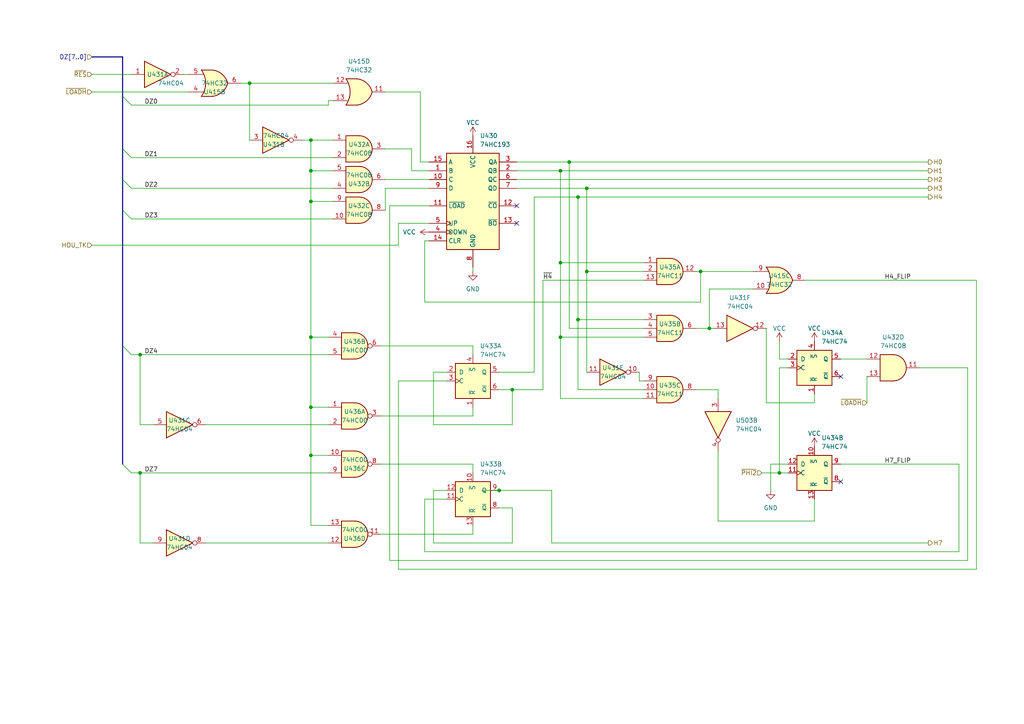
<source format=kicad_sch>
(kicad_sch (version 20211123) (generator eeschema)
  (paper "A4")
  (lib_symbols
    (symbol "74xx:74HC00" (pin_names (offset 1.016))
      (property "Reference" "U" (at 0 1.27 0))
      (property "Value" "74HC00" (at 0 -1.27 0))
      (symbol "74HC00_1_1"
        (arc (start 0 -3.81) (mid 3.81 0) (end 0 3.81) (stroke (width 0.254)) (fill (type background)))
        (polyline (pts (xy 0 3.81) (xy -3.81 3.81) (xy -3.81 -3.81) (xy 0 -3.81)) (stroke (width 0.254)) (fill (type background)))
        (pin input line (at -7.62 2.54 0) (length 3.81) (name "~") (number "1"))
        (pin input line (at -7.62 -2.54 0) (length 3.81) (name "~") (number "2"))
        (pin output inverted (at 7.62 0 180) (length 3.81) (name "~") (number "3"))
      )
      (symbol "74HC00_1_2"
        (arc (start -3.81 -3.81) (mid -2.589 0) (end -3.81 3.81) (stroke (width 0.254)))
        (arc (start -0.6096 -3.81) (mid 2.1842 -2.5851) (end 3.81 0) (stroke (width 0.254)) (fill (type background)))
        (polyline (pts (xy -3.81 -3.81) (xy -0.635 -3.81)) (stroke (width 0.254)) (fill (type background)))
        (polyline (pts (xy -3.81 3.81) (xy -0.635 3.81)) (stroke (width 0.254)) (fill (type background)))
        (polyline (pts (xy -0.635 3.81) (xy -3.81 3.81) (xy -3.81 3.81) (xy -3.556 3.4036) (xy -3.0226 2.2606) (xy -2.6924 1.0414) (xy -2.6162 -0.254) (xy -2.7686 -1.4986) (xy -3.175 -2.7178) (xy -3.81 -3.81) (xy -3.81 -3.81) (xy -0.635 -3.81)) (stroke (width -25.4)) (fill (type background)))
        (arc (start 3.81 0) (mid 2.1915 2.5936) (end -0.6096 3.81) (stroke (width 0.254)) (fill (type background)))
        (pin input inverted (at -7.62 2.54 0) (length 4.318) (name "~") (number "1"))
        (pin input inverted (at -7.62 -2.54 0) (length 4.318) (name "~") (number "2"))
        (pin output line (at 7.62 0 180) (length 3.81) (name "~") (number "3"))
      )
      (symbol "74HC00_2_1"
        (arc (start 0 -3.81) (mid 3.81 0) (end 0 3.81) (stroke (width 0.254)) (fill (type background)))
        (polyline (pts (xy 0 3.81) (xy -3.81 3.81) (xy -3.81 -3.81) (xy 0 -3.81)) (stroke (width 0.254)) (fill (type background)))
        (pin input line (at -7.62 2.54 0) (length 3.81) (name "~") (number "4"))
        (pin input line (at -7.62 -2.54 0) (length 3.81) (name "~") (number "5"))
        (pin output inverted (at 7.62 0 180) (length 3.81) (name "~") (number "6"))
      )
      (symbol "74HC00_2_2"
        (arc (start -3.81 -3.81) (mid -2.589 0) (end -3.81 3.81) (stroke (width 0.254)))
        (arc (start -0.6096 -3.81) (mid 2.1842 -2.5851) (end 3.81 0) (stroke (width 0.254)) (fill (type background)))
        (polyline (pts (xy -3.81 -3.81) (xy -0.635 -3.81)) (stroke (width 0.254)) (fill (type background)))
        (polyline (pts (xy -3.81 3.81) (xy -0.635 3.81)) (stroke (width 0.254)) (fill (type background)))
        (polyline (pts (xy -0.635 3.81) (xy -3.81 3.81) (xy -3.81 3.81) (xy -3.556 3.4036) (xy -3.0226 2.2606) (xy -2.6924 1.0414) (xy -2.6162 -0.254) (xy -2.7686 -1.4986) (xy -3.175 -2.7178) (xy -3.81 -3.81) (xy -3.81 -3.81) (xy -0.635 -3.81)) (stroke (width -25.4)) (fill (type background)))
        (arc (start 3.81 0) (mid 2.1915 2.5936) (end -0.6096 3.81) (stroke (width 0.254)) (fill (type background)))
        (pin input inverted (at -7.62 2.54 0) (length 4.318) (name "~") (number "4"))
        (pin input inverted (at -7.62 -2.54 0) (length 4.318) (name "~") (number "5"))
        (pin output line (at 7.62 0 180) (length 3.81) (name "~") (number "6"))
      )
      (symbol "74HC00_3_1"
        (arc (start 0 -3.81) (mid 3.81 0) (end 0 3.81) (stroke (width 0.254)) (fill (type background)))
        (polyline (pts (xy 0 3.81) (xy -3.81 3.81) (xy -3.81 -3.81) (xy 0 -3.81)) (stroke (width 0.254)) (fill (type background)))
        (pin input line (at -7.62 -2.54 0) (length 3.81) (name "~") (number "10"))
        (pin output inverted (at 7.62 0 180) (length 3.81) (name "~") (number "8"))
        (pin input line (at -7.62 2.54 0) (length 3.81) (name "~") (number "9"))
      )
      (symbol "74HC00_3_2"
        (arc (start -3.81 -3.81) (mid -2.589 0) (end -3.81 3.81) (stroke (width 0.254)))
        (arc (start -0.6096 -3.81) (mid 2.1842 -2.5851) (end 3.81 0) (stroke (width 0.254)) (fill (type background)))
        (polyline (pts (xy -3.81 -3.81) (xy -0.635 -3.81)) (stroke (width 0.254)) (fill (type background)))
        (polyline (pts (xy -3.81 3.81) (xy -0.635 3.81)) (stroke (width 0.254)) (fill (type background)))
        (polyline (pts (xy -0.635 3.81) (xy -3.81 3.81) (xy -3.81 3.81) (xy -3.556 3.4036) (xy -3.0226 2.2606) (xy -2.6924 1.0414) (xy -2.6162 -0.254) (xy -2.7686 -1.4986) (xy -3.175 -2.7178) (xy -3.81 -3.81) (xy -3.81 -3.81) (xy -0.635 -3.81)) (stroke (width -25.4)) (fill (type background)))
        (arc (start 3.81 0) (mid 2.1915 2.5936) (end -0.6096 3.81) (stroke (width 0.254)) (fill (type background)))
        (pin input inverted (at -7.62 -2.54 0) (length 4.318) (name "~") (number "10"))
        (pin output line (at 7.62 0 180) (length 3.81) (name "~") (number "8"))
        (pin input inverted (at -7.62 2.54 0) (length 4.318) (name "~") (number "9"))
      )
      (symbol "74HC00_4_1"
        (arc (start 0 -3.81) (mid 3.81 0) (end 0 3.81) (stroke (width 0.254)) (fill (type background)))
        (polyline (pts (xy 0 3.81) (xy -3.81 3.81) (xy -3.81 -3.81) (xy 0 -3.81)) (stroke (width 0.254)) (fill (type background)))
        (pin output inverted (at 7.62 0 180) (length 3.81) (name "~") (number "11"))
        (pin input line (at -7.62 2.54 0) (length 3.81) (name "~") (number "12"))
        (pin input line (at -7.62 -2.54 0) (length 3.81) (name "~") (number "13"))
      )
      (symbol "74HC00_4_2"
        (arc (start -3.81 -3.81) (mid -2.589 0) (end -3.81 3.81) (stroke (width 0.254)))
        (arc (start -0.6096 -3.81) (mid 2.1842 -2.5851) (end 3.81 0) (stroke (width 0.254)) (fill (type background)))
        (polyline (pts (xy -3.81 -3.81) (xy -0.635 -3.81)) (stroke (width 0.254)) (fill (type background)))
        (polyline (pts (xy -3.81 3.81) (xy -0.635 3.81)) (stroke (width 0.254)) (fill (type background)))
        (polyline (pts (xy -0.635 3.81) (xy -3.81 3.81) (xy -3.81 3.81) (xy -3.556 3.4036) (xy -3.0226 2.2606) (xy -2.6924 1.0414) (xy -2.6162 -0.254) (xy -2.7686 -1.4986) (xy -3.175 -2.7178) (xy -3.81 -3.81) (xy -3.81 -3.81) (xy -0.635 -3.81)) (stroke (width -25.4)) (fill (type background)))
        (arc (start 3.81 0) (mid 2.1915 2.5936) (end -0.6096 3.81) (stroke (width 0.254)) (fill (type background)))
        (pin output line (at 7.62 0 180) (length 3.81) (name "~") (number "11"))
        (pin input inverted (at -7.62 2.54 0) (length 4.318) (name "~") (number "12"))
        (pin input inverted (at -7.62 -2.54 0) (length 4.318) (name "~") (number "13"))
      )
      (symbol "74HC00_5_0"
        (pin power_in line (at 0 12.7 270) (length 5.08) (name "VCC") (number "14"))
        (pin power_in line (at 0 -12.7 90) (length 5.08) (name "GND") (number "7"))
      )
      (symbol "74HC00_5_1"
        (rectangle (start -5.08 7.62) (end 5.08 -7.62) (stroke (width 0.254)) (fill (type background)))
      )
    )
    (symbol "74xx:74HC04"
      (property "Reference" "U" (at 0 1.27 0))
      (property "Value" "74HC04" (at 0 -1.27 0))
      (symbol "74HC04_1_0"
        (polyline (pts (xy -3.81 3.81) (xy -3.81 -3.81) (xy 3.81 0) (xy -3.81 3.81)) (stroke (width 0.254)) (fill (type background)))
        (pin input line (at -7.62 0 0) (length 3.81) (name "~") (number "1"))
        (pin output inverted (at 7.62 0 180) (length 3.81) (name "~") (number "2"))
      )
      (symbol "74HC04_2_0"
        (polyline (pts (xy -3.81 3.81) (xy -3.81 -3.81) (xy 3.81 0) (xy -3.81 3.81)) (stroke (width 0.254)) (fill (type background)))
        (pin input line (at -7.62 0 0) (length 3.81) (name "~") (number "3"))
        (pin output inverted (at 7.62 0 180) (length 3.81) (name "~") (number "4"))
      )
      (symbol "74HC04_3_0"
        (polyline (pts (xy -3.81 3.81) (xy -3.81 -3.81) (xy 3.81 0) (xy -3.81 3.81)) (stroke (width 0.254)) (fill (type background)))
        (pin input line (at -7.62 0 0) (length 3.81) (name "~") (number "5"))
        (pin output inverted (at 7.62 0 180) (length 3.81) (name "~") (number "6"))
      )
      (symbol "74HC04_4_0"
        (polyline (pts (xy -3.81 3.81) (xy -3.81 -3.81) (xy 3.81 0) (xy -3.81 3.81)) (stroke (width 0.254)) (fill (type background)))
        (pin output inverted (at 7.62 0 180) (length 3.81) (name "~") (number "8"))
        (pin input line (at -7.62 0 0) (length 3.81) (name "~") (number "9"))
      )
      (symbol "74HC04_5_0"
        (polyline (pts (xy -3.81 3.81) (xy -3.81 -3.81) (xy 3.81 0) (xy -3.81 3.81)) (stroke (width 0.254)) (fill (type background)))
        (pin output inverted (at 7.62 0 180) (length 3.81) (name "~") (number "10"))
        (pin input line (at -7.62 0 0) (length 3.81) (name "~") (number "11"))
      )
      (symbol "74HC04_6_0"
        (polyline (pts (xy -3.81 3.81) (xy -3.81 -3.81) (xy 3.81 0) (xy -3.81 3.81)) (stroke (width 0.254)) (fill (type background)))
        (pin output inverted (at 7.62 0 180) (length 3.81) (name "~") (number "12"))
        (pin input line (at -7.62 0 0) (length 3.81) (name "~") (number "13"))
      )
      (symbol "74HC04_7_0"
        (pin power_in line (at 0 12.7 270) (length 5.08) (name "VCC") (number "14"))
        (pin power_in line (at 0 -12.7 90) (length 5.08) (name "GND") (number "7"))
      )
      (symbol "74HC04_7_1"
        (rectangle (start -5.08 7.62) (end 5.08 -7.62) (stroke (width 0.254)) (fill (type background)))
      )
    )
    (symbol "74xx:74HC74" (pin_names (offset 1.016))
      (property "Reference" "U" (at -7.62 8.89 0))
      (property "Value" "74HC74" (at -7.62 -8.89 0))
      (symbol "74HC74_1_0"
        (pin input line (at 0 -7.62 90) (length 2.54) (name "~{R}") (number "1"))
        (pin input line (at -7.62 2.54 0) (length 2.54) (name "D") (number "2"))
        (pin input clock (at -7.62 0 0) (length 2.54) (name "C") (number "3"))
        (pin input line (at 0 7.62 270) (length 2.54) (name "~{S}") (number "4"))
        (pin output line (at 7.62 2.54 180) (length 2.54) (name "Q") (number "5"))
        (pin output line (at 7.62 -2.54 180) (length 2.54) (name "~{Q}") (number "6"))
      )
      (symbol "74HC74_1_1"
        (rectangle (start -5.08 5.08) (end 5.08 -5.08) (stroke (width 0.254)) (fill (type background)))
      )
      (symbol "74HC74_2_0"
        (pin input line (at 0 7.62 270) (length 2.54) (name "~{S}") (number "10"))
        (pin input clock (at -7.62 0 0) (length 2.54) (name "C") (number "11"))
        (pin input line (at -7.62 2.54 0) (length 2.54) (name "D") (number "12"))
        (pin input line (at 0 -7.62 90) (length 2.54) (name "~{R}") (number "13"))
        (pin output line (at 7.62 -2.54 180) (length 2.54) (name "~{Q}") (number "8"))
        (pin output line (at 7.62 2.54 180) (length 2.54) (name "Q") (number "9"))
      )
      (symbol "74HC74_2_1"
        (rectangle (start -5.08 5.08) (end 5.08 -5.08) (stroke (width 0.254)) (fill (type background)))
      )
      (symbol "74HC74_3_0"
        (pin power_in line (at 0 10.16 270) (length 2.54) (name "VCC") (number "14"))
        (pin power_in line (at 0 -10.16 90) (length 2.54) (name "GND") (number "7"))
      )
      (symbol "74HC74_3_1"
        (rectangle (start -5.08 7.62) (end 5.08 -7.62) (stroke (width 0.254)) (fill (type background)))
      )
    )
    (symbol "74xx:74LS11" (pin_names (offset 1.016))
      (property "Reference" "U" (at 0 1.27 0))
      (property "Value" "74LS11" (at 0 -1.27 0))
      (symbol "74LS11_1_1"
        (arc (start 0 -3.81) (mid 3.81 0) (end 0 3.81) (stroke (width 0.254)) (fill (type background)))
        (polyline (pts (xy 0 3.81) (xy -3.81 3.81) (xy -3.81 -3.81) (xy 0 -3.81)) (stroke (width 0.254)) (fill (type background)))
        (pin input line (at -7.62 2.54 0) (length 3.81) (name "~") (number "1"))
        (pin output line (at 7.62 0 180) (length 3.81) (name "~") (number "12"))
        (pin input line (at -7.62 -2.54 0) (length 3.81) (name "~") (number "13"))
        (pin input line (at -7.62 0 0) (length 3.81) (name "~") (number "2"))
      )
      (symbol "74LS11_1_2"
        (arc (start -3.81 -3.81) (mid -2.589 0) (end -3.81 3.81) (stroke (width 0.254)))
        (arc (start -0.6096 -3.81) (mid 2.1842 -2.5851) (end 3.81 0) (stroke (width 0.254)) (fill (type background)))
        (polyline (pts (xy -3.81 -3.81) (xy -0.635 -3.81)) (stroke (width 0.254)) (fill (type background)))
        (polyline (pts (xy -3.81 3.81) (xy -0.635 3.81)) (stroke (width 0.254)) (fill (type background)))
        (polyline (pts (xy -0.635 3.81) (xy -3.81 3.81) (xy -3.81 3.81) (xy -3.556 3.4036) (xy -3.0226 2.2606) (xy -2.6924 1.0414) (xy -2.6162 -0.254) (xy -2.7686 -1.4986) (xy -3.175 -2.7178) (xy -3.81 -3.81) (xy -3.81 -3.81) (xy -0.635 -3.81)) (stroke (width -25.4)) (fill (type background)))
        (arc (start 3.81 0) (mid 2.1915 2.5936) (end -0.6096 3.81) (stroke (width 0.254)) (fill (type background)))
        (pin input inverted (at -7.62 2.54 0) (length 4.318) (name "~") (number "1"))
        (pin output inverted (at 7.62 0 180) (length 3.81) (name "~") (number "12"))
        (pin input inverted (at -7.62 -2.54 0) (length 4.318) (name "~") (number "13"))
        (pin input inverted (at -7.62 0 0) (length 4.953) (name "~") (number "2"))
      )
      (symbol "74LS11_2_1"
        (arc (start 0 -3.81) (mid 3.81 0) (end 0 3.81) (stroke (width 0.254)) (fill (type background)))
        (polyline (pts (xy 0 3.81) (xy -3.81 3.81) (xy -3.81 -3.81) (xy 0 -3.81)) (stroke (width 0.254)) (fill (type background)))
        (pin input line (at -7.62 2.54 0) (length 3.81) (name "~") (number "3"))
        (pin input line (at -7.62 0 0) (length 3.81) (name "~") (number "4"))
        (pin input line (at -7.62 -2.54 0) (length 3.81) (name "~") (number "5"))
        (pin output line (at 7.62 0 180) (length 3.81) (name "~") (number "6"))
      )
      (symbol "74LS11_2_2"
        (arc (start -3.81 -3.81) (mid -2.589 0) (end -3.81 3.81) (stroke (width 0.254)))
        (arc (start -0.6096 -3.81) (mid 2.1842 -2.5851) (end 3.81 0) (stroke (width 0.254)) (fill (type background)))
        (polyline (pts (xy -3.81 -3.81) (xy -0.635 -3.81)) (stroke (width 0.254)) (fill (type background)))
        (polyline (pts (xy -3.81 3.81) (xy -0.635 3.81)) (stroke (width 0.254)) (fill (type background)))
        (polyline (pts (xy -0.635 3.81) (xy -3.81 3.81) (xy -3.81 3.81) (xy -3.556 3.4036) (xy -3.0226 2.2606) (xy -2.6924 1.0414) (xy -2.6162 -0.254) (xy -2.7686 -1.4986) (xy -3.175 -2.7178) (xy -3.81 -3.81) (xy -3.81 -3.81) (xy -0.635 -3.81)) (stroke (width -25.4)) (fill (type background)))
        (arc (start 3.81 0) (mid 2.1915 2.5936) (end -0.6096 3.81) (stroke (width 0.254)) (fill (type background)))
        (pin input inverted (at -7.62 2.54 0) (length 4.318) (name "~") (number "3"))
        (pin input inverted (at -7.62 0 0) (length 4.953) (name "~") (number "4"))
        (pin input inverted (at -7.62 -2.54 0) (length 4.318) (name "~") (number "5"))
        (pin output inverted (at 7.62 0 180) (length 3.81) (name "~") (number "6"))
      )
      (symbol "74LS11_3_1"
        (arc (start 0 -3.81) (mid 3.81 0) (end 0 3.81) (stroke (width 0.254)) (fill (type background)))
        (polyline (pts (xy 0 3.81) (xy -3.81 3.81) (xy -3.81 -3.81) (xy 0 -3.81)) (stroke (width 0.254)) (fill (type background)))
        (pin input line (at -7.62 0 0) (length 3.81) (name "~") (number "10"))
        (pin input line (at -7.62 -2.54 0) (length 3.81) (name "~") (number "11"))
        (pin output line (at 7.62 0 180) (length 3.81) (name "~") (number "8"))
        (pin input line (at -7.62 2.54 0) (length 3.81) (name "~") (number "9"))
      )
      (symbol "74LS11_3_2"
        (arc (start -3.81 -3.81) (mid -2.589 0) (end -3.81 3.81) (stroke (width 0.254)))
        (arc (start -0.6096 -3.81) (mid 2.1842 -2.5851) (end 3.81 0) (stroke (width 0.254)) (fill (type background)))
        (polyline (pts (xy -3.81 -3.81) (xy -0.635 -3.81)) (stroke (width 0.254)) (fill (type background)))
        (polyline (pts (xy -3.81 3.81) (xy -0.635 3.81)) (stroke (width 0.254)) (fill (type background)))
        (polyline (pts (xy -0.635 3.81) (xy -3.81 3.81) (xy -3.81 3.81) (xy -3.556 3.4036) (xy -3.0226 2.2606) (xy -2.6924 1.0414) (xy -2.6162 -0.254) (xy -2.7686 -1.4986) (xy -3.175 -2.7178) (xy -3.81 -3.81) (xy -3.81 -3.81) (xy -0.635 -3.81)) (stroke (width -25.4)) (fill (type background)))
        (arc (start 3.81 0) (mid 2.1915 2.5936) (end -0.6096 3.81) (stroke (width 0.254)) (fill (type background)))
        (pin input inverted (at -7.62 0 0) (length 4.953) (name "~") (number "10"))
        (pin input inverted (at -7.62 -2.54 0) (length 4.318) (name "~") (number "11"))
        (pin output inverted (at 7.62 0 180) (length 3.81) (name "~") (number "8"))
        (pin input inverted (at -7.62 2.54 0) (length 4.318) (name "~") (number "9"))
      )
      (symbol "74LS11_4_0"
        (pin power_in line (at 0 12.7 270) (length 5.08) (name "VCC") (number "14"))
        (pin power_in line (at 0 -12.7 90) (length 5.08) (name "GND") (number "7"))
      )
      (symbol "74LS11_4_1"
        (rectangle (start -5.08 7.62) (end 5.08 -7.62) (stroke (width 0.254)) (fill (type background)))
      )
    )
    (symbol "74xx:74LS193"
      (property "Reference" "U" (at -7.62 13.97 0))
      (property "Value" "74LS193" (at 5.08 13.97 0))
      (symbol "74LS193_1_0"
        (pin input line (at -12.7 7.62 0) (length 5.08) (name "B") (number "1"))
        (pin input line (at -12.7 5.08 0) (length 5.08) (name "C") (number "10"))
        (pin input line (at -12.7 -2.54 0) (length 5.08) (name "~{LOAD}") (number "11"))
        (pin output line (at 12.7 -2.54 180) (length 5.08) (name "~{CO}") (number "12"))
        (pin output line (at 12.7 -7.62 180) (length 5.08) (name "~{BO}") (number "13"))
        (pin input line (at -12.7 -12.7 0) (length 5.08) (name "CLR") (number "14"))
        (pin input line (at -12.7 10.16 0) (length 5.08) (name "A") (number "15"))
        (pin power_in line (at 0 17.78 270) (length 5.08) (name "VCC") (number "16"))
        (pin output line (at 12.7 7.62 180) (length 5.08) (name "QB") (number "2"))
        (pin output line (at 12.7 10.16 180) (length 5.08) (name "QA") (number "3"))
        (pin input clock (at -12.7 -10.16 0) (length 5.08) (name "DOWN") (number "4"))
        (pin input clock (at -12.7 -7.62 0) (length 5.08) (name "UP") (number "5"))
        (pin output line (at 12.7 5.08 180) (length 5.08) (name "QC") (number "6"))
        (pin output line (at 12.7 2.54 180) (length 5.08) (name "QD") (number "7"))
        (pin power_in line (at 0 -20.32 90) (length 5.08) (name "GND") (number "8"))
        (pin input line (at -12.7 2.54 0) (length 5.08) (name "D") (number "9"))
      )
      (symbol "74LS193_1_1"
        (rectangle (start -7.62 12.7) (end 7.62 -15.24) (stroke (width 0.254)) (fill (type background)))
      )
    )
    (symbol "74xx:74LS32" (pin_names (offset 1.016))
      (property "Reference" "U" (at 0 1.27 0))
      (property "Value" "74LS32" (at 0 -1.27 0))
      (symbol "74LS32_1_1"
        (arc (start -3.81 -3.81) (mid -2.589 0) (end -3.81 3.81) (stroke (width 0.254)))
        (arc (start -0.6096 -3.81) (mid 2.1842 -2.5851) (end 3.81 0) (stroke (width 0.254)) (fill (type background)))
        (polyline (pts (xy -3.81 -3.81) (xy -0.635 -3.81)) (stroke (width 0.254)) (fill (type background)))
        (polyline (pts (xy -3.81 3.81) (xy -0.635 3.81)) (stroke (width 0.254)) (fill (type background)))
        (polyline (pts (xy -0.635 3.81) (xy -3.81 3.81) (xy -3.81 3.81) (xy -3.556 3.4036) (xy -3.0226 2.2606) (xy -2.6924 1.0414) (xy -2.6162 -0.254) (xy -2.7686 -1.4986) (xy -3.175 -2.7178) (xy -3.81 -3.81) (xy -3.81 -3.81) (xy -0.635 -3.81)) (stroke (width -25.4)) (fill (type background)))
        (arc (start 3.81 0) (mid 2.1915 2.5936) (end -0.6096 3.81) (stroke (width 0.254)) (fill (type background)))
        (pin input line (at -7.62 2.54 0) (length 4.318) (name "~") (number "1"))
        (pin input line (at -7.62 -2.54 0) (length 4.318) (name "~") (number "2"))
        (pin output line (at 7.62 0 180) (length 3.81) (name "~") (number "3"))
      )
      (symbol "74LS32_1_2"
        (arc (start 0 -3.81) (mid 3.81 0) (end 0 3.81) (stroke (width 0.254)) (fill (type background)))
        (polyline (pts (xy 0 3.81) (xy -3.81 3.81) (xy -3.81 -3.81) (xy 0 -3.81)) (stroke (width 0.254)) (fill (type background)))
        (pin input inverted (at -7.62 2.54 0) (length 3.81) (name "~") (number "1"))
        (pin input inverted (at -7.62 -2.54 0) (length 3.81) (name "~") (number "2"))
        (pin output inverted (at 7.62 0 180) (length 3.81) (name "~") (number "3"))
      )
      (symbol "74LS32_2_1"
        (arc (start -3.81 -3.81) (mid -2.589 0) (end -3.81 3.81) (stroke (width 0.254)))
        (arc (start -0.6096 -3.81) (mid 2.1842 -2.5851) (end 3.81 0) (stroke (width 0.254)) (fill (type background)))
        (polyline (pts (xy -3.81 -3.81) (xy -0.635 -3.81)) (stroke (width 0.254)) (fill (type background)))
        (polyline (pts (xy -3.81 3.81) (xy -0.635 3.81)) (stroke (width 0.254)) (fill (type background)))
        (polyline (pts (xy -0.635 3.81) (xy -3.81 3.81) (xy -3.81 3.81) (xy -3.556 3.4036) (xy -3.0226 2.2606) (xy -2.6924 1.0414) (xy -2.6162 -0.254) (xy -2.7686 -1.4986) (xy -3.175 -2.7178) (xy -3.81 -3.81) (xy -3.81 -3.81) (xy -0.635 -3.81)) (stroke (width -25.4)) (fill (type background)))
        (arc (start 3.81 0) (mid 2.1915 2.5936) (end -0.6096 3.81) (stroke (width 0.254)) (fill (type background)))
        (pin input line (at -7.62 2.54 0) (length 4.318) (name "~") (number "4"))
        (pin input line (at -7.62 -2.54 0) (length 4.318) (name "~") (number "5"))
        (pin output line (at 7.62 0 180) (length 3.81) (name "~") (number "6"))
      )
      (symbol "74LS32_2_2"
        (arc (start 0 -3.81) (mid 3.81 0) (end 0 3.81) (stroke (width 0.254)) (fill (type background)))
        (polyline (pts (xy 0 3.81) (xy -3.81 3.81) (xy -3.81 -3.81) (xy 0 -3.81)) (stroke (width 0.254)) (fill (type background)))
        (pin input inverted (at -7.62 2.54 0) (length 3.81) (name "~") (number "4"))
        (pin input inverted (at -7.62 -2.54 0) (length 3.81) (name "~") (number "5"))
        (pin output inverted (at 7.62 0 180) (length 3.81) (name "~") (number "6"))
      )
      (symbol "74LS32_3_1"
        (arc (start -3.81 -3.81) (mid -2.589 0) (end -3.81 3.81) (stroke (width 0.254)))
        (arc (start -0.6096 -3.81) (mid 2.1842 -2.5851) (end 3.81 0) (stroke (width 0.254)) (fill (type background)))
        (polyline (pts (xy -3.81 -3.81) (xy -0.635 -3.81)) (stroke (width 0.254)) (fill (type background)))
        (polyline (pts (xy -3.81 3.81) (xy -0.635 3.81)) (stroke (width 0.254)) (fill (type background)))
        (polyline (pts (xy -0.635 3.81) (xy -3.81 3.81) (xy -3.81 3.81) (xy -3.556 3.4036) (xy -3.0226 2.2606) (xy -2.6924 1.0414) (xy -2.6162 -0.254) (xy -2.7686 -1.4986) (xy -3.175 -2.7178) (xy -3.81 -3.81) (xy -3.81 -3.81) (xy -0.635 -3.81)) (stroke (width -25.4)) (fill (type background)))
        (arc (start 3.81 0) (mid 2.1915 2.5936) (end -0.6096 3.81) (stroke (width 0.254)) (fill (type background)))
        (pin input line (at -7.62 -2.54 0) (length 4.318) (name "~") (number "10"))
        (pin output line (at 7.62 0 180) (length 3.81) (name "~") (number "8"))
        (pin input line (at -7.62 2.54 0) (length 4.318) (name "~") (number "9"))
      )
      (symbol "74LS32_3_2"
        (arc (start 0 -3.81) (mid 3.81 0) (end 0 3.81) (stroke (width 0.254)) (fill (type background)))
        (polyline (pts (xy 0 3.81) (xy -3.81 3.81) (xy -3.81 -3.81) (xy 0 -3.81)) (stroke (width 0.254)) (fill (type background)))
        (pin input inverted (at -7.62 -2.54 0) (length 3.81) (name "~") (number "10"))
        (pin output inverted (at 7.62 0 180) (length 3.81) (name "~") (number "8"))
        (pin input inverted (at -7.62 2.54 0) (length 3.81) (name "~") (number "9"))
      )
      (symbol "74LS32_4_1"
        (arc (start -3.81 -3.81) (mid -2.589 0) (end -3.81 3.81) (stroke (width 0.254)))
        (arc (start -0.6096 -3.81) (mid 2.1842 -2.5851) (end 3.81 0) (stroke (width 0.254)) (fill (type background)))
        (polyline (pts (xy -3.81 -3.81) (xy -0.635 -3.81)) (stroke (width 0.254)) (fill (type background)))
        (polyline (pts (xy -3.81 3.81) (xy -0.635 3.81)) (stroke (width 0.254)) (fill (type background)))
        (polyline (pts (xy -0.635 3.81) (xy -3.81 3.81) (xy -3.81 3.81) (xy -3.556 3.4036) (xy -3.0226 2.2606) (xy -2.6924 1.0414) (xy -2.6162 -0.254) (xy -2.7686 -1.4986) (xy -3.175 -2.7178) (xy -3.81 -3.81) (xy -3.81 -3.81) (xy -0.635 -3.81)) (stroke (width -25.4)) (fill (type background)))
        (arc (start 3.81 0) (mid 2.1915 2.5936) (end -0.6096 3.81) (stroke (width 0.254)) (fill (type background)))
        (pin output line (at 7.62 0 180) (length 3.81) (name "~") (number "11"))
        (pin input line (at -7.62 2.54 0) (length 4.318) (name "~") (number "12"))
        (pin input line (at -7.62 -2.54 0) (length 4.318) (name "~") (number "13"))
      )
      (symbol "74LS32_4_2"
        (arc (start 0 -3.81) (mid 3.81 0) (end 0 3.81) (stroke (width 0.254)) (fill (type background)))
        (polyline (pts (xy 0 3.81) (xy -3.81 3.81) (xy -3.81 -3.81) (xy 0 -3.81)) (stroke (width 0.254)) (fill (type background)))
        (pin output inverted (at 7.62 0 180) (length 3.81) (name "~") (number "11"))
        (pin input inverted (at -7.62 2.54 0) (length 3.81) (name "~") (number "12"))
        (pin input inverted (at -7.62 -2.54 0) (length 3.81) (name "~") (number "13"))
      )
      (symbol "74LS32_5_0"
        (pin power_in line (at 0 12.7 270) (length 5.08) (name "VCC") (number "14"))
        (pin power_in line (at 0 -12.7 90) (length 5.08) (name "GND") (number "7"))
      )
      (symbol "74LS32_5_1"
        (rectangle (start -5.08 7.62) (end 5.08 -7.62) (stroke (width 0.254)) (fill (type background)))
      )
    )
    (symbol "Custom 74xx:74HC08" (pin_names (offset 1.016))
      (property "Reference" "U" (at 0 1.27 0))
      (property "Value" "74HC08" (at 0 -1.27 0))
      (symbol "74HC08_1_1"
        (arc (start 0 -3.81) (mid 3.81 0) (end 0 3.81) (stroke (width 0.254)) (fill (type background)))
        (polyline (pts (xy 0 3.81) (xy -3.81 3.81) (xy -3.81 -3.81) (xy 0 -3.81)) (stroke (width 0.254)) (fill (type background)))
        (pin input line (at -7.62 2.54 0) (length 3.81) (name "~") (number "1"))
        (pin input line (at -7.62 -2.54 0) (length 3.81) (name "~") (number "2"))
        (pin output line (at 7.62 0 180) (length 3.81) (name "~") (number "3"))
      )
      (symbol "74HC08_1_2"
        (arc (start -3.81 -3.81) (mid -2.589 0) (end -3.81 3.81) (stroke (width 0.254)))
        (arc (start -0.6096 -3.81) (mid 2.1855 -2.584) (end 3.81 0) (stroke (width 0.254)) (fill (type background)))
        (polyline (pts (xy -3.81 -3.81) (xy -0.635 -3.81)) (stroke (width 0.254)) (fill (type background)))
        (polyline (pts (xy -3.81 3.81) (xy -0.635 3.81)) (stroke (width 0.254)) (fill (type background)))
        (polyline (pts (xy -0.635 3.81) (xy -3.81 3.81) (xy -3.81 3.81) (xy -3.556 3.4036) (xy -3.0226 2.2606) (xy -2.6924 1.0414) (xy -2.6162 -0.254) (xy -2.7686 -1.4986) (xy -3.175 -2.7178) (xy -3.81 -3.81) (xy -3.81 -3.81) (xy -0.635 -3.81)) (stroke (width -25.4)) (fill (type background)))
        (arc (start 3.81 0) (mid 2.1928 2.5925) (end -0.6096 3.81) (stroke (width 0.254)) (fill (type background)))
        (pin input inverted (at -7.62 2.54 0) (length 4.318) (name "~") (number "1"))
        (pin input inverted (at -7.62 -2.54 0) (length 4.318) (name "~") (number "2"))
        (pin output line (at 7.62 0 180) (length 3.81) (name "~") (number "3"))
      )
      (symbol "74HC08_2_1"
        (arc (start 0 -3.81) (mid 3.81 0) (end 0 3.81) (stroke (width 0.254)) (fill (type background)))
        (polyline (pts (xy 0 3.81) (xy -3.81 3.81) (xy -3.81 -3.81) (xy 0 -3.81)) (stroke (width 0.254)) (fill (type background)))
        (pin input line (at -7.62 2.54 0) (length 3.81) (name "~") (number "4"))
        (pin input line (at -7.62 -2.54 0) (length 3.81) (name "~") (number "5"))
        (pin output line (at 7.62 0 180) (length 3.81) (name "~") (number "6"))
      )
      (symbol "74HC08_2_2"
        (arc (start -3.81 -3.81) (mid -2.589 0) (end -3.81 3.81) (stroke (width 0.254)))
        (arc (start -0.6096 -3.81) (mid 2.1855 -2.584) (end 3.81 0) (stroke (width 0.254)) (fill (type background)))
        (polyline (pts (xy -3.81 -3.81) (xy -0.635 -3.81)) (stroke (width 0.254)) (fill (type background)))
        (polyline (pts (xy -3.81 3.81) (xy -0.635 3.81)) (stroke (width 0.254)) (fill (type background)))
        (polyline (pts (xy -0.635 3.81) (xy -3.81 3.81) (xy -3.81 3.81) (xy -3.556 3.4036) (xy -3.0226 2.2606) (xy -2.6924 1.0414) (xy -2.6162 -0.254) (xy -2.7686 -1.4986) (xy -3.175 -2.7178) (xy -3.81 -3.81) (xy -3.81 -3.81) (xy -0.635 -3.81)) (stroke (width -25.4)) (fill (type background)))
        (arc (start 3.81 0) (mid 2.1928 2.5925) (end -0.6096 3.81) (stroke (width 0.254)) (fill (type background)))
        (pin input inverted (at -7.62 2.54 0) (length 4.318) (name "~") (number "4"))
        (pin input inverted (at -7.62 -2.54 0) (length 4.318) (name "~") (number "5"))
        (pin output line (at 7.62 0 180) (length 3.81) (name "~") (number "6"))
      )
      (symbol "74HC08_3_1"
        (arc (start 0 -3.81) (mid 3.81 0) (end 0 3.81) (stroke (width 0.254)) (fill (type background)))
        (polyline (pts (xy 0 3.81) (xy -3.81 3.81) (xy -3.81 -3.81) (xy 0 -3.81)) (stroke (width 0.254)) (fill (type background)))
        (pin input line (at -7.62 -2.54 0) (length 3.81) (name "~") (number "10"))
        (pin output line (at 7.62 0 180) (length 3.81) (name "~") (number "8"))
        (pin input line (at -7.62 2.54 0) (length 3.81) (name "~") (number "9"))
      )
      (symbol "74HC08_3_2"
        (arc (start -3.81 -3.81) (mid -2.589 0) (end -3.81 3.81) (stroke (width 0.254)))
        (arc (start -0.6096 -3.81) (mid 2.1855 -2.584) (end 3.81 0) (stroke (width 0.254)) (fill (type background)))
        (polyline (pts (xy -3.81 -3.81) (xy -0.635 -3.81)) (stroke (width 0.254)) (fill (type background)))
        (polyline (pts (xy -3.81 3.81) (xy -0.635 3.81)) (stroke (width 0.254)) (fill (type background)))
        (polyline (pts (xy -0.635 3.81) (xy -3.81 3.81) (xy -3.81 3.81) (xy -3.556 3.4036) (xy -3.0226 2.2606) (xy -2.6924 1.0414) (xy -2.6162 -0.254) (xy -2.7686 -1.4986) (xy -3.175 -2.7178) (xy -3.81 -3.81) (xy -3.81 -3.81) (xy -0.635 -3.81)) (stroke (width -25.4)) (fill (type background)))
        (arc (start 3.81 0) (mid 2.1928 2.5925) (end -0.6096 3.81) (stroke (width 0.254)) (fill (type background)))
        (pin input inverted (at -7.62 -2.54 0) (length 4.318) (name "~") (number "10"))
        (pin output line (at 7.62 0 180) (length 3.81) (name "~") (number "8"))
        (pin input inverted (at -7.62 2.54 0) (length 4.318) (name "~") (number "9"))
      )
      (symbol "74HC08_4_1"
        (arc (start 0 -3.81) (mid 3.81 0) (end 0 3.81) (stroke (width 0.254)) (fill (type background)))
        (polyline (pts (xy 0 3.81) (xy -3.81 3.81) (xy -3.81 -3.81) (xy 0 -3.81)) (stroke (width 0.254)) (fill (type background)))
        (pin output line (at 7.62 0 180) (length 3.81) (name "~") (number "11"))
        (pin input line (at -7.62 2.54 0) (length 3.81) (name "~") (number "12"))
        (pin input line (at -7.62 -2.54 0) (length 3.81) (name "~") (number "13"))
      )
      (symbol "74HC08_4_2"
        (arc (start -3.81 -3.81) (mid -2.589 0) (end -3.81 3.81) (stroke (width 0.254)))
        (arc (start -0.6096 -3.81) (mid 2.1855 -2.584) (end 3.81 0) (stroke (width 0.254)) (fill (type background)))
        (polyline (pts (xy -3.81 -3.81) (xy -0.635 -3.81)) (stroke (width 0.254)) (fill (type background)))
        (polyline (pts (xy -3.81 3.81) (xy -0.635 3.81)) (stroke (width 0.254)) (fill (type background)))
        (polyline (pts (xy -0.635 3.81) (xy -3.81 3.81) (xy -3.81 3.81) (xy -3.556 3.4036) (xy -3.0226 2.2606) (xy -2.6924 1.0414) (xy -2.6162 -0.254) (xy -2.7686 -1.4986) (xy -3.175 -2.7178) (xy -3.81 -3.81) (xy -3.81 -3.81) (xy -0.635 -3.81)) (stroke (width -25.4)) (fill (type background)))
        (arc (start 3.81 0) (mid 2.1928 2.5925) (end -0.6096 3.81) (stroke (width 0.254)) (fill (type background)))
        (pin output line (at 7.62 0 180) (length 3.81) (name "~") (number "11"))
        (pin input inverted (at -7.62 2.54 0) (length 4.318) (name "~") (number "12"))
        (pin input inverted (at -7.62 -2.54 0) (length 4.318) (name "~") (number "13"))
      )
      (symbol "74HC08_5_0"
        (pin power_in line (at 0 12.7 270) (length 5.08) (name "VCC") (number "14"))
        (pin power_in line (at 0 -12.7 90) (length 5.08) (name "GND") (number "7"))
      )
      (symbol "74HC08_5_1"
        (rectangle (start -5.08 7.62) (end 5.08 -7.62) (stroke (width 0.254)) (fill (type background)))
      )
    )
    (symbol "power:GND" (power) (pin_names (offset 0))
      (property "Value" "GND" (at 0 -3.81 0))
      (symbol "GND_0_1"
        (polyline (pts (xy 0 0) (xy 0 -1.27) (xy 1.27 -1.27) (xy 0 -2.54) (xy -1.27 -1.27) (xy 0 -1.27)))
      )
      (symbol "GND_1_1"
        (pin power_in line (at 0 0 270) (length 0) hide (name "GND") (number "1"))
      )
    )
    (symbol "power:VCC" (power) (pin_names (offset 0))
      (property "Value" "VCC" (at 0 3.81 0))
      (symbol "VCC_0_1"
        (polyline (pts (xy -0.762 1.27) (xy 0 2.54)))
        (polyline (pts (xy 0 0) (xy 0 2.54)))
        (polyline (pts (xy 0 2.54) (xy 0.762 1.27)))
      )
      (symbol "VCC_1_1"
        (pin power_in line (at 0 0 90) (length 0) hide (name "VCC") (number "1"))
      )
    )
  )
  (junction (at 90.17 49.53))
  (junction (at 90.17 97.79))
  (junction (at 170.18 54.61))
  (junction (at 162.56 76.2))
  (junction (at 72.39 24.13))
  (junction (at 205.74 95.25))
  (junction (at 90.17 132.08))
  (junction (at 162.56 97.79))
  (junction (at 162.56 49.53))
  (junction (at 90.17 118.11))
  (junction (at 165.1 46.99))
  (junction (at 90.17 58.42))
  (junction (at 90.17 40.64))
  (junction (at 148.59 113.03))
  (junction (at 203.2 78.74))
  (junction (at 226.06 137.16))
  (junction (at 40.64 137.16))
  (junction (at 167.64 57.15))
  (junction (at 144.78 142.24))
  (junction (at 40.64 102.87))
  (junction (at 170.18 78.74))
  (junction (at 167.64 92.71))
  (no_connect (at 149.86 64.77))
  (no_connect (at 149.86 59.69))
  (no_connect (at 243.84 139.7))
  (no_connect (at 243.84 109.22))
  (bus_entry (at 35.56 27.94) (size 2.54 2.54))
  (bus_entry (at 35.56 60.96) (size 2.54 2.54))
  (bus_entry (at 35.56 43.18) (size 2.54 2.54))
  (bus_entry (at 35.56 52.07) (size 2.54 2.54))
  (bus_entry (at 35.56 100.33) (size 2.54 2.54))
  (bus_entry (at 35.56 134.62) (size 2.54 2.54))
  (wire (pts (xy 283.21 165.1) (xy 115.57 165.1)))
  (wire (pts (xy 205.74 95.25) (xy 207.01 95.25)))
  (wire (pts (xy 90.17 132.08) (xy 90.17 152.4)))
  (wire (pts (xy 44.45 123.19) (xy 40.64 123.19)))
  (wire (pts (xy 96.52 49.53) (xy 90.17 49.53)))
  (wire (pts (xy 40.64 137.16) (xy 95.25 137.16)))
  (wire (pts (xy 96.52 58.42) (xy 90.17 58.42)))
  (wire (pts (xy 165.1 46.99) (xy 269.24 46.99)))
  (wire (pts (xy 228.6 104.14) (xy 226.06 104.14)))
  (wire (pts (xy 38.1 54.61) (xy 96.52 54.61)))
  (wire (pts (xy 148.59 123.19) (xy 148.59 113.03)))
  (wire (pts (xy 40.64 123.19) (xy 40.64 102.87)))
  (wire (pts (xy 38.1 137.16) (xy 40.64 137.16)))
  (bus (pts (xy 35.56 100.33) (xy 35.56 134.62)))
  (wire (pts (xy 26.67 26.67) (xy 54.61 26.67)))
  (wire (pts (xy 280.67 106.68) (xy 266.7 106.68)))
  (wire (pts (xy 165.1 95.25) (xy 165.1 46.99)))
  (wire (pts (xy 111.76 54.61) (xy 124.46 54.61)))
  (wire (pts (xy 113.03 162.56) (xy 280.67 162.56)))
  (wire (pts (xy 226.06 106.68) (xy 226.06 137.16)))
  (wire (pts (xy 124.46 59.69) (xy 113.03 59.69)))
  (wire (pts (xy 148.59 113.03) (xy 157.48 113.03)))
  (bus (pts (xy 35.56 27.94) (xy 35.56 43.18)))
  (wire (pts (xy 170.18 78.74) (xy 170.18 54.61)))
  (wire (pts (xy 38.1 30.48) (xy 95.25 30.48)))
  (wire (pts (xy 95.25 30.48) (xy 95.25 29.21)))
  (wire (pts (xy 44.45 157.48) (xy 40.64 157.48)))
  (wire (pts (xy 228.6 106.68) (xy 226.06 106.68)))
  (wire (pts (xy 149.86 49.53) (xy 162.56 49.53)))
  (wire (pts (xy 186.69 97.79) (xy 162.56 97.79)))
  (wire (pts (xy 170.18 78.74) (xy 170.18 107.95)))
  (wire (pts (xy 243.84 104.14) (xy 251.46 104.14)))
  (wire (pts (xy 208.28 130.81) (xy 208.28 151.13)))
  (wire (pts (xy 236.22 151.13) (xy 236.22 144.78)))
  (wire (pts (xy 40.64 102.87) (xy 95.25 102.87)))
  (wire (pts (xy 90.17 58.42) (xy 90.17 97.79)))
  (wire (pts (xy 220.98 137.16) (xy 226.06 137.16)))
  (wire (pts (xy 185.42 107.95) (xy 185.42 110.49)))
  (wire (pts (xy 208.28 113.03) (xy 208.28 115.57)))
  (wire (pts (xy 233.68 81.28) (xy 283.21 81.28)))
  (wire (pts (xy 121.92 46.99) (xy 124.46 46.99)))
  (wire (pts (xy 157.48 81.28) (xy 186.69 81.28)))
  (bus (pts (xy 35.56 16.51) (xy 35.56 27.94)))
  (wire (pts (xy 251.46 109.22) (xy 251.46 116.84)))
  (wire (pts (xy 223.52 134.62) (xy 223.52 142.24)))
  (wire (pts (xy 125.73 107.95) (xy 125.73 123.19)))
  (wire (pts (xy 26.67 21.59) (xy 38.1 21.59)))
  (wire (pts (xy 149.86 46.99) (xy 165.1 46.99)))
  (wire (pts (xy 110.49 120.65) (xy 137.16 120.65)))
  (wire (pts (xy 90.17 97.79) (xy 95.25 97.79)))
  (wire (pts (xy 203.2 78.74) (xy 218.44 78.74)))
  (wire (pts (xy 201.93 95.25) (xy 205.74 95.25)))
  (wire (pts (xy 26.67 71.12) (xy 115.57 71.12)))
  (wire (pts (xy 72.39 24.13) (xy 96.52 24.13)))
  (wire (pts (xy 167.64 113.03) (xy 186.69 113.03)))
  (wire (pts (xy 205.74 95.25) (xy 205.74 83.82)))
  (wire (pts (xy 185.42 110.49) (xy 186.69 110.49)))
  (wire (pts (xy 167.64 57.15) (xy 269.24 57.15)))
  (wire (pts (xy 111.76 52.07) (xy 124.46 52.07)))
  (wire (pts (xy 278.13 134.62) (xy 243.84 134.62)))
  (wire (pts (xy 90.17 118.11) (xy 90.17 132.08)))
  (wire (pts (xy 90.17 132.08) (xy 95.25 132.08)))
  (wire (pts (xy 162.56 76.2) (xy 162.56 97.79)))
  (bus (pts (xy 35.56 43.18) (xy 35.56 52.07)))
  (wire (pts (xy 228.6 134.62) (xy 223.52 134.62)))
  (wire (pts (xy 148.59 157.48) (xy 148.59 147.32)))
  (wire (pts (xy 149.86 52.07) (xy 269.24 52.07)))
  (wire (pts (xy 137.16 134.62) (xy 137.16 137.16)))
  (wire (pts (xy 129.54 144.78) (xy 123.19 144.78)))
  (wire (pts (xy 167.64 92.71) (xy 167.64 113.03)))
  (wire (pts (xy 203.2 78.74) (xy 203.2 87.63)))
  (wire (pts (xy 160.02 142.24) (xy 160.02 157.48)))
  (wire (pts (xy 222.25 95.25) (xy 222.25 116.84)))
  (wire (pts (xy 205.74 83.82) (xy 218.44 83.82)))
  (wire (pts (xy 119.38 49.53) (xy 124.46 49.53)))
  (wire (pts (xy 69.85 24.13) (xy 72.39 24.13)))
  (wire (pts (xy 149.86 54.61) (xy 170.18 54.61)))
  (wire (pts (xy 170.18 54.61) (xy 269.24 54.61)))
  (wire (pts (xy 110.49 100.33) (xy 137.16 100.33)))
  (wire (pts (xy 123.19 69.85) (xy 123.19 87.63)))
  (wire (pts (xy 115.57 165.1) (xy 115.57 110.49)))
  (wire (pts (xy 123.19 87.63) (xy 203.2 87.63)))
  (wire (pts (xy 95.25 29.21) (xy 96.52 29.21)))
  (wire (pts (xy 90.17 152.4) (xy 95.25 152.4)))
  (wire (pts (xy 162.56 76.2) (xy 186.69 76.2)))
  (wire (pts (xy 203.2 78.74) (xy 201.93 78.74)))
  (wire (pts (xy 283.21 81.28) (xy 283.21 165.1)))
  (wire (pts (xy 226.06 137.16) (xy 228.6 137.16)))
  (wire (pts (xy 201.93 113.03) (xy 208.28 113.03)))
  (wire (pts (xy 186.69 92.71) (xy 167.64 92.71)))
  (wire (pts (xy 115.57 71.12) (xy 115.57 64.77)))
  (wire (pts (xy 72.39 24.13) (xy 72.39 40.64)))
  (wire (pts (xy 90.17 97.79) (xy 90.17 118.11)))
  (wire (pts (xy 137.16 154.94) (xy 137.16 152.4)))
  (wire (pts (xy 144.78 142.24) (xy 160.02 142.24)))
  (wire (pts (xy 111.76 26.67) (xy 121.92 26.67)))
  (wire (pts (xy 95.25 118.11) (xy 90.17 118.11)))
  (wire (pts (xy 154.94 57.15) (xy 167.64 57.15)))
  (wire (pts (xy 87.63 40.64) (xy 90.17 40.64)))
  (wire (pts (xy 124.46 69.85) (xy 123.19 69.85)))
  (wire (pts (xy 125.73 123.19) (xy 148.59 123.19)))
  (wire (pts (xy 125.73 142.24) (xy 125.73 157.48)))
  (wire (pts (xy 40.64 137.16) (xy 40.64 157.48)))
  (wire (pts (xy 59.69 157.48) (xy 95.25 157.48)))
  (wire (pts (xy 90.17 40.64) (xy 90.17 49.53)))
  (wire (pts (xy 123.19 160.02) (xy 278.13 160.02)))
  (wire (pts (xy 38.1 102.87) (xy 40.64 102.87)))
  (wire (pts (xy 111.76 54.61) (xy 111.76 60.96)))
  (wire (pts (xy 137.16 77.47) (xy 137.16 78.74)))
  (wire (pts (xy 208.28 151.13) (xy 236.22 151.13)))
  (wire (pts (xy 115.57 64.77) (xy 124.46 64.77)))
  (wire (pts (xy 148.59 147.32) (xy 144.78 147.32)))
  (wire (pts (xy 110.49 134.62) (xy 137.16 134.62)))
  (bus (pts (xy 26.67 16.51) (xy 35.56 16.51)))
  (wire (pts (xy 59.69 123.19) (xy 95.25 123.19)))
  (wire (pts (xy 137.16 100.33) (xy 137.16 102.87)))
  (wire (pts (xy 157.48 113.03) (xy 157.48 81.28)))
  (wire (pts (xy 121.92 26.67) (xy 121.92 46.99)))
  (wire (pts (xy 90.17 58.42) (xy 90.17 49.53)))
  (bus (pts (xy 35.56 52.07) (xy 35.56 60.96)))
  (wire (pts (xy 110.49 154.94) (xy 137.16 154.94)))
  (wire (pts (xy 162.56 49.53) (xy 162.56 76.2)))
  (wire (pts (xy 280.67 162.56) (xy 280.67 106.68)))
  (wire (pts (xy 186.69 115.57) (xy 162.56 115.57)))
  (wire (pts (xy 170.18 78.74) (xy 186.69 78.74)))
  (wire (pts (xy 162.56 49.53) (xy 269.24 49.53)))
  (wire (pts (xy 53.34 21.59) (xy 54.61 21.59)))
  (wire (pts (xy 144.78 107.95) (xy 154.94 107.95)))
  (wire (pts (xy 38.1 45.72) (xy 96.52 45.72)))
  (wire (pts (xy 123.19 144.78) (xy 123.19 160.02)))
  (wire (pts (xy 154.94 107.95) (xy 154.94 57.15)))
  (wire (pts (xy 125.73 157.48) (xy 148.59 157.48)))
  (wire (pts (xy 186.69 95.25) (xy 165.1 95.25)))
  (wire (pts (xy 111.76 43.18) (xy 119.38 43.18)))
  (wire (pts (xy 236.22 114.3) (xy 236.22 116.84)))
  (wire (pts (xy 278.13 160.02) (xy 278.13 134.62)))
  (wire (pts (xy 139.7 142.24) (xy 144.78 142.24)))
  (wire (pts (xy 90.17 40.64) (xy 96.52 40.64)))
  (wire (pts (xy 148.59 113.03) (xy 144.78 113.03)))
  (wire (pts (xy 137.16 120.65) (xy 137.16 118.11)))
  (wire (pts (xy 226.06 104.14) (xy 226.06 99.06)))
  (wire (pts (xy 129.54 142.24) (xy 125.73 142.24)))
  (wire (pts (xy 222.25 116.84) (xy 236.22 116.84)))
  (wire (pts (xy 115.57 110.49) (xy 129.54 110.49)))
  (wire (pts (xy 129.54 107.95) (xy 125.73 107.95)))
  (wire (pts (xy 160.02 157.48) (xy 269.24 157.48)))
  (wire (pts (xy 119.38 43.18) (xy 119.38 49.53)))
  (wire (pts (xy 113.03 59.69) (xy 113.03 162.56)))
  (bus (pts (xy 35.56 60.96) (xy 35.56 100.33)))
  (wire (pts (xy 38.1 63.5) (xy 96.52 63.5)))
  (wire (pts (xy 162.56 115.57) (xy 162.56 97.79)))
  (wire (pts (xy 167.64 57.15) (xy 167.64 92.71)))
  (label "DZ0" (at 41.91 30.48 0))
  (label "DZ4" (at 41.91 102.87 0))
  (label "DZ7" (at 41.91 137.16 0))
  (label "H7_FLIP" (at 256.54 134.62 0))
  (label "H4_FLIP" (at 256.54 81.28 0))
  (label "DZ2" (at 41.91 54.61 0))
  (label "DZ3" (at 41.91 63.5 0))
  (label "DZ1" (at 41.91 45.72 0))
  (label "~{H4}" (at 157.48 81.28 0))
  (hierarchical_label "~{PHI2}" (shape input) (at 220.98 137.16 180))
  (hierarchical_label "~{LOADH}" (shape input) (at 251.46 116.84 180))
  (hierarchical_label "H1" (shape output) (at 269.24 49.53 0))
  (hierarchical_label "H0" (shape output) (at 269.24 46.99 0))
  (hierarchical_label "H2" (shape output) (at 269.24 52.07 0))
  (hierarchical_label "~{LOADH}" (shape input) (at 26.67 26.67 180))
  (hierarchical_label "HOU_TK" (shape input) (at 26.67 71.12 180))
  (hierarchical_label "H4" (shape output) (at 269.24 57.15 0))
  (hierarchical_label "H7" (shape output) (at 269.24 157.48 0))
  (hierarchical_label "~{RES}" (shape input) (at 26.67 21.59 180))
  (hierarchical_label "H3" (shape output) (at 269.24 54.61 0))
  (hierarchical_label "DZ[7..0]" (shape input) (at 26.67 16.51 180))
  (symbol (lib_id "74xx:74HC04") (at 177.8 107.95 0) (unit 5)
    (property "Reference" "U431" (at 177.8 106.68 0))
    (property "Value" "74HC04" (at 177.8 109.22 0))
    (property "Footprint" "Package_SO:SOIC-14_3.9x8.7mm_P1.27mm" (effects hide))
    (property "Datasheet" "https://assets.nexperia.com/documents/data-sheet/74HC_HCT04.pdf" (effects hide))
  )
  (symbol (lib_id "74xx:74LS32") (at 104.14 26.67 0) (unit 4)
    (property "Reference" "U415" (at 104.14 17.78 0))
    (property "Value" "74HC32" (at 104.14 20.32 0))
    (property "Footprint" "Package_SO:SOIC-14_3.9x8.7mm_P1.27mm" (effects hide))
    (property "Datasheet" "http://www.ti.com/lit/gpn/sn74LS32" (effects hide))
  )
  (symbol (lib_id "74xx:74LS11") (at 194.31 113.03 0) (unit 3)
    (property "Reference" "U435" (at 194.31 111.76 0))
    (property "Value" "74HC11" (at 194.31 114.3 0))
    (property "Footprint" "Package_SO:SOIC-14_3.9x8.7mm_P1.27mm" (effects hide))
    (property "Datasheet" "http://www.ti.com/lit/gpn/sn74LS11" (effects hide))
  )
  (symbol (lib_id "74xx:74HC00") (at 102.87 120.65 0) (unit 1)
    (property "Reference" "U436" (at 102.87 119.38 0))
    (property "Value" "74HC00" (at 102.87 121.92 0))
    (property "Footprint" "Package_SO:SOIC-14_3.9x8.7mm_P1.27mm" (effects hide))
    (property "Datasheet" "http://www.ti.com/lit/gpn/sn74hc00" (effects hide))
  )
  (symbol (lib_id "Custom 74xx:74HC08") (at 104.14 52.07 0) (mirror x) (unit 2)
    (property "Reference" "U432" (at 104.14 53.34 0))
    (property "Value" "74HC08" (at 104.14 50.8 0))
    (property "Footprint" "Package_SO:SOIC-14_3.9x8.7mm_P1.27mm" (effects hide))
  )
  (symbol (lib_id "74xx:74HC74") (at 137.16 144.78 0) (unit 2)
    (property "Reference" "U433" (at 139.1794 134.62 0) (effects (justify left)))
    (property "Value" "74HC74" (at 139.1794 137.16 0) (effects (justify left)))
    (property "Footprint" "Package_SO:SOIC-14_3.9x8.7mm_P1.27mm" (effects hide))
    (property "Datasheet" "74xx/74hc_hct74.pdf" (effects hide))
  )
  (symbol (lib_id "power:VCC") (at 137.16 39.37 0) (unit 1)
    (property "Reference" "#PWR0108" (effects hide))
    (property "Value" "VCC" (at 137.16 35.56 0))
  )
  (symbol (lib_id "Custom 74xx:74HC08") (at 104.14 43.18 0) (unit 1)
    (property "Reference" "U432" (at 104.14 41.91 0))
    (property "Value" "74HC08" (at 104.14 44.45 0))
    (property "Footprint" "Package_SO:SOIC-14_3.9x8.7mm_P1.27mm" (effects hide))
  )
  (symbol (lib_id "74xx:74HC04") (at 52.07 157.48 0) (unit 4)
    (property "Reference" "U431" (at 52.07 156.21 0))
    (property "Value" "74HC04" (at 52.07 158.75 0))
    (property "Footprint" "Package_SO:SOIC-14_3.9x8.7mm_P1.27mm" (effects hide))
    (property "Datasheet" "https://assets.nexperia.com/documents/data-sheet/74HC_HCT04.pdf" (effects hide))
  )
  (symbol (lib_id "74xx:74HC04") (at 52.07 123.19 0) (mirror x) (unit 3)
    (property "Reference" "U431" (at 52.07 121.92 0))
    (property "Value" "74HC04" (at 52.07 124.46 0))
    (property "Footprint" "Package_SO:SOIC-14_3.9x8.7mm_P1.27mm" (effects hide))
    (property "Datasheet" "https://assets.nexperia.com/documents/data-sheet/74HC_HCT04.pdf" (effects hide))
  )
  (symbol (lib_id "Custom 74xx:74HC08") (at 259.08 106.68 0) (unit 4)
    (property "Reference" "U432" (at 259.08 97.79 0))
    (property "Value" "74HC08" (at 259.08 100.33 0))
    (property "Footprint" "Package_SO:SOIC-14_3.9x8.7mm_P1.27mm" (effects hide))
  )
  (symbol (lib_id "74xx:74HC04") (at 208.28 123.19 270) (unit 2)
    (property "Reference" "U503" (at 213.36 121.9199 90) (effects (justify left)))
    (property "Value" "74HC04" (at 213.36 124.4599 90) (effects (justify left)))
    (property "Footprint" "Package_SO:SOIC-14_3.9x8.7mm_P1.27mm" (effects hide))
    (property "Datasheet" "https://assets.nexperia.com/documents/data-sheet/74HC_HCT04.pdf" (effects hide))
  )
  (symbol (lib_id "74xx:74HC74") (at 137.16 110.49 0) (unit 1)
    (property "Reference" "U433" (at 139.1794 100.33 0) (effects (justify left)))
    (property "Value" "74HC74" (at 139.1794 102.87 0) (effects (justify left)))
    (property "Footprint" "Package_SO:SOIC-14_3.9x8.7mm_P1.27mm" (effects hide))
    (property "Datasheet" "74xx/74hc_hct74.pdf" (effects hide))
  )
  (symbol (lib_id "74xx:74HC04") (at 80.01 40.64 0) (unit 2)
    (property "Reference" "U431" (at 76.2 41.91 0) (effects (justify left)))
    (property "Value" "74HC04" (at 76.2 39.37 0) (effects (justify left)))
    (property "Footprint" "Package_SO:SOIC-14_3.9x8.7mm_P1.27mm" (effects hide))
    (property "Datasheet" "https://assets.nexperia.com/documents/data-sheet/74HC_HCT04.pdf" (effects hide))
  )
  (symbol (lib_id "74xx:74HC00") (at 102.87 154.94 0) (mirror x) (unit 4)
    (property "Reference" "U436" (at 102.87 156.21 0))
    (property "Value" "74HC00" (at 102.87 153.67 0))
    (property "Footprint" "Package_SO:SOIC-14_3.9x8.7mm_P1.27mm" (effects hide))
    (property "Datasheet" "http://www.ti.com/lit/gpn/sn74hc00" (effects hide))
  )
  (symbol (lib_id "74xx:74HC00") (at 102.87 100.33 0) (unit 2)
    (property "Reference" "U436" (at 102.87 99.06 0))
    (property "Value" "74HC00" (at 102.87 101.6 0))
    (property "Footprint" "Package_SO:SOIC-14_3.9x8.7mm_P1.27mm" (effects hide))
    (property "Datasheet" "http://www.ti.com/lit/gpn/sn74hc00" (effects hide))
  )
  (symbol (lib_id "74xx:74HC00") (at 102.87 134.62 0) (mirror x) (unit 3)
    (property "Reference" "U436" (at 102.87 135.89 0))
    (property "Value" "74HC00" (at 102.87 133.35 0))
    (property "Footprint" "Package_SO:SOIC-14_3.9x8.7mm_P1.27mm" (effects hide))
    (property "Datasheet" "http://www.ti.com/lit/gpn/sn74hc00" (effects hide))
  )
  (symbol (lib_id "74xx:74LS193") (at 137.16 57.15 0) (unit 1)
    (property "Reference" "U430" (at 139.1794 39.37 0) (effects (justify left)))
    (property "Value" "74HC193" (at 139.1794 41.91 0) (effects (justify left)))
    (property "Footprint" "Package_SO:SOIC-16_3.9x9.9mm_P1.27mm" (effects hide))
    (property "Datasheet" "http://www.ti.com/lit/ds/symlink/sn74ls193.pdf" (effects hide))
  )
  (symbol (lib_id "74xx:74LS11") (at 194.31 95.25 0) (unit 2)
    (property "Reference" "U435" (at 194.31 93.98 0))
    (property "Value" "74HC11" (at 194.31 96.52 0))
    (property "Footprint" "Package_SO:SOIC-14_3.9x8.7mm_P1.27mm" (effects hide))
    (property "Datasheet" "http://www.ti.com/lit/gpn/sn74LS11" (effects hide))
  )
  (symbol (lib_id "power:GND") (at 223.52 142.24 0) (unit 1)
    (property "Reference" "#PWR0456" (effects hide))
    (property "Value" "GND" (at 223.52 147.32 0))
  )
  (symbol (lib_id "power:VCC") (at 236.22 99.06 0) (unit 1)
    (property "Reference" "#PWR0458" (effects hide))
    (property "Value" "VCC" (at 236.22 95.25 0))
  )
  (symbol (lib_id "Custom 74xx:74HC08") (at 104.14 60.96 0) (unit 3)
    (property "Reference" "U432" (at 104.14 59.69 0))
    (property "Value" "74HC08" (at 104.14 62.23 0))
    (property "Footprint" "Package_SO:SOIC-14_3.9x8.7mm_P1.27mm" (effects hide))
  )
  (symbol (lib_id "power:VCC") (at 226.06 99.06 0) (unit 1)
    (property "Reference" "#PWR0457" (effects hide))
    (property "Value" "VCC" (at 226.06 95.25 0))
  )
  (symbol (lib_id "74xx:74HC74") (at 236.22 137.16 0) (unit 2)
    (property "Reference" "U434" (at 238.2394 127 0) (effects (justify left)))
    (property "Value" "74HC74" (at 238.2394 129.54 0) (effects (justify left)))
    (property "Footprint" "Package_SO:SOIC-14_3.9x8.7mm_P1.27mm" (effects hide))
    (property "Datasheet" "74xx/74hc_hct74.pdf" (effects hide))
  )
  (symbol (lib_id "74xx:74LS11") (at 194.31 78.74 0) (unit 1)
    (property "Reference" "U435" (at 194.31 77.47 0))
    (property "Value" "74HC11" (at 194.31 80.01 0))
    (property "Footprint" "Package_SO:SOIC-14_3.9x8.7mm_P1.27mm" (effects hide))
    (property "Datasheet" "http://www.ti.com/lit/gpn/sn74LS11" (effects hide))
  )
  (symbol (lib_id "74xx:74LS32") (at 62.23 24.13 0) (mirror x) (unit 2)
    (property "Reference" "U415" (at 62.23 26.67 0))
    (property "Value" "74HC32" (at 62.23 24.13 0))
    (property "Footprint" "Package_SO:SOIC-14_3.9x8.7mm_P1.27mm" (effects hide))
    (property "Datasheet" "http://www.ti.com/lit/gpn/sn74LS32" (effects hide))
  )
  (symbol (lib_id "74xx:74HC04") (at 45.72 21.59 0) (unit 1)
    (property "Reference" "U431" (at 45.72 21.59 0))
    (property "Value" "74HC04" (at 49.53 24.13 0))
    (property "Footprint" "Package_SO:SOIC-14_3.9x8.7mm_P1.27mm" (effects hide))
    (property "Datasheet" "https://assets.nexperia.com/documents/data-sheet/74HC_HCT04.pdf" (effects hide))
  )
  (symbol (lib_id "74xx:74LS32") (at 226.06 81.28 0) (unit 3)
    (property "Reference" "U415" (at 226.06 80.01 0))
    (property "Value" "74HC32" (at 226.06 82.55 0))
    (property "Footprint" "Package_SO:SOIC-14_3.9x8.7mm_P1.27mm" (effects hide))
    (property "Datasheet" "http://www.ti.com/lit/gpn/sn74LS32" (effects hide))
  )
  (symbol (lib_id "74xx:74HC04") (at 214.63 95.25 0) (unit 6)
    (property "Reference" "U431" (at 214.63 86.36 0))
    (property "Value" "74HC04" (at 214.63 88.9 0))
    (property "Footprint" "Package_SO:SOIC-14_3.9x8.7mm_P1.27mm" (effects hide))
    (property "Datasheet" "https://assets.nexperia.com/documents/data-sheet/74HC_HCT04.pdf" (effects hide))
  )
  (symbol (lib_id "power:GND") (at 137.16 78.74 0) (unit 1)
    (property "Reference" "#PWR0109" (effects hide))
    (property "Value" "GND" (at 137.16 83.82 0))
  )
  (symbol (lib_id "power:VCC") (at 124.46 67.31 90) (unit 1)
    (property "Reference" "#PWR0107" (effects hide))
    (property "Value" "VCC" (at 120.65 67.3099 90) (effects (justify left)))
  )
  (symbol (lib_id "power:VCC") (at 236.22 129.54 0) (unit 1)
    (property "Reference" "#PWR0459" (effects hide))
    (property "Value" "VCC" (at 236.22 125.73 0))
  )
  (symbol (lib_id "74xx:74HC74") (at 236.22 106.68 0) (unit 1)
    (property "Reference" "U434" (at 238.2394 96.52 0) (effects (justify left)))
    (property "Value" "74HC74" (at 238.2394 99.06 0) (effects (justify left)))
    (property "Footprint" "Package_SO:SOIC-14_3.9x8.7mm_P1.27mm" (effects hide))
    (property "Datasheet" "74xx/74hc_hct74.pdf" (effects hide))
  )
)
</source>
